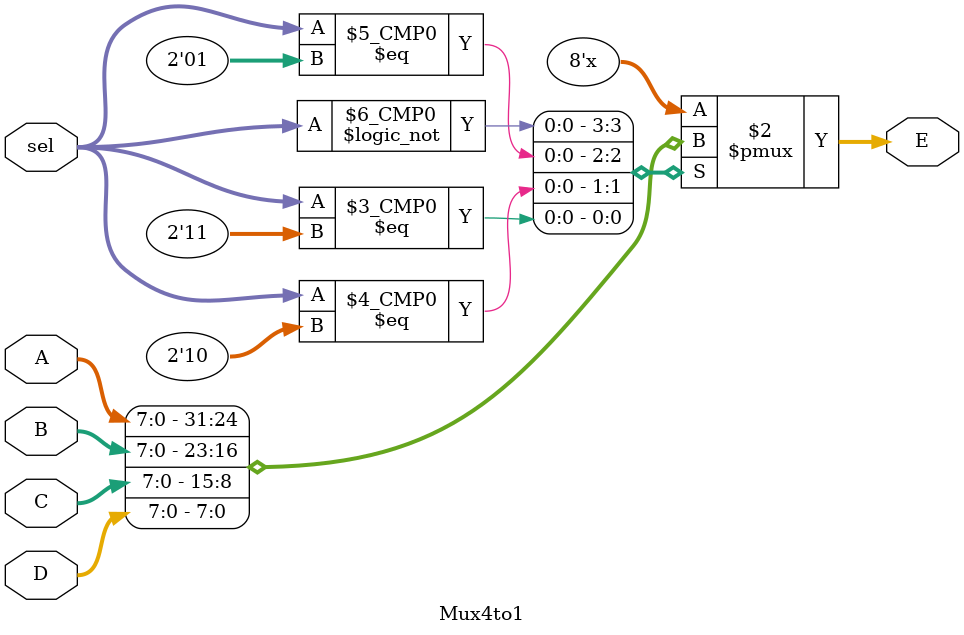
<source format=sv>
module Mux4to1(
    input logic [1:0] sel,
    input logic [7:0] A,
    input logic [7:0] B,
    input logic [7:0] C,
    input logic [7:0] D,
    output logic [7:0] E
);

    always_comb begin 
        case(sel) 
            2'd0: E = A;
            2'd1: E = B; 
            2'd2: E = C;
            2'd3: E = D;
            default: E = 8'h00;
        endcase
    end

endmodule




</source>
